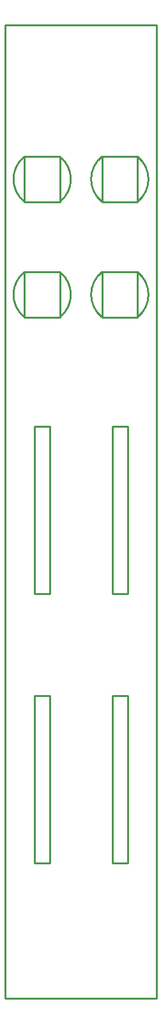
<source format=gko>
G04 Layer: BoardOutlineLayer*
G04 EasyEDA v6.5.22, 2023-04-16 14:26:35*
G04 d5b1b88f56c4446086ecb81e1243fcf9,5a6b42c53f6a479593ecc07194224c93,10*
G04 Gerber Generator version 0.2*
G04 Scale: 100 percent, Rotated: No, Reflected: No *
G04 Dimensions in millimeters *
G04 leading zeros omitted , absolute positions ,4 integer and 5 decimal *
%FSLAX45Y45*%
%MOMM*%

%ADD10C,0.2540*%
D10*
X0Y12852400D02*
G01*
X2006600Y12852400D01*
X2006600Y0D01*
X0Y0D01*
X0Y12852400D01*
G75*
G01*
X261005Y10521147D02*
G02*
X261249Y11119843I234195J299253D01*
X261249Y11119843D02*
G01*
X261005Y10521147D01*
X260802Y11120399D02*
G01*
X260802Y10520400D01*
X260802Y10520400D02*
G01*
X729802Y10520400D01*
X729802Y10520400D02*
G01*
X729802Y11120399D01*
X729802Y11120399D02*
G01*
X260802Y11120399D01*
G75*
G01*
X729397Y10521147D02*
G03*
X729153Y11119843I-234196J299253D01*
X729152Y11119843D02*
G01*
X729396Y10521147D01*
G75*
G01*
X261005Y8997147D02*
G02*
X261249Y9595843I234195J299253D01*
X261249Y9595843D02*
G01*
X261005Y8997147D01*
X260802Y9596399D02*
G01*
X260802Y8996400D01*
X260802Y8996400D02*
G01*
X729802Y8996400D01*
X729802Y8996400D02*
G01*
X729802Y9596399D01*
X729802Y9596399D02*
G01*
X260802Y9596399D01*
G75*
G01*
X729397Y8997147D02*
G03*
X729153Y9595843I-234196J299253D01*
X729152Y9595843D02*
G01*
X729396Y8997147D01*
G75*
G01*
X1758097Y8997147D02*
G03*
X1757853Y9595843I-234196J299253D01*
X1757852Y9595843D02*
G01*
X1758096Y8997147D01*
X1289502Y9596399D02*
G01*
X1289502Y8996400D01*
X1289502Y8996400D02*
G01*
X1758502Y8996400D01*
X1758502Y8996400D02*
G01*
X1758502Y9596399D01*
X1758502Y9596399D02*
G01*
X1289502Y9596399D01*
G75*
G01*
X1289705Y8997147D02*
G02*
X1289949Y9595843I234195J299253D01*
X1289949Y9595843D02*
G01*
X1289705Y8997147D01*
G75*
G01*
X1758097Y10521147D02*
G03*
X1757853Y11119843I-234196J299253D01*
X1757852Y11119843D02*
G01*
X1758096Y10521147D01*
X1289502Y11120399D02*
G01*
X1289502Y10520400D01*
X1289502Y10520400D02*
G01*
X1758502Y10520400D01*
X1758502Y10520400D02*
G01*
X1758502Y11120399D01*
X1758502Y11120399D02*
G01*
X1289502Y11120399D01*
G75*
G01*
X1289705Y10521147D02*
G02*
X1289949Y11119843I234195J299253D01*
X1289949Y11119843D02*
G01*
X1289705Y10521147D01*
X393700Y7556500D02*
G01*
X393700Y5346700D01*
X393700Y5346700D02*
G01*
X596900Y5346700D01*
X596900Y5346700D02*
G01*
X596900Y7556500D01*
X596900Y7556500D02*
G01*
X393700Y7556500D01*
X1422400Y7556500D02*
G01*
X1422400Y5346700D01*
X1422400Y5346700D02*
G01*
X1625600Y5346700D01*
X1625600Y5346700D02*
G01*
X1625600Y7556500D01*
X1625600Y7556500D02*
G01*
X1422400Y7556500D01*
X393700Y4004005D02*
G01*
X393700Y1794205D01*
X393700Y1794205D02*
G01*
X596900Y1794205D01*
X596900Y1794205D02*
G01*
X596900Y4004005D01*
X596900Y4004005D02*
G01*
X393700Y4004005D01*
X1422400Y4004005D02*
G01*
X1422400Y1794205D01*
X1422400Y1794205D02*
G01*
X1625600Y1794205D01*
X1625600Y1794205D02*
G01*
X1625600Y4004005D01*
X1625600Y4004005D02*
G01*
X1422400Y4004005D01*

%LPD*%
M02*

</source>
